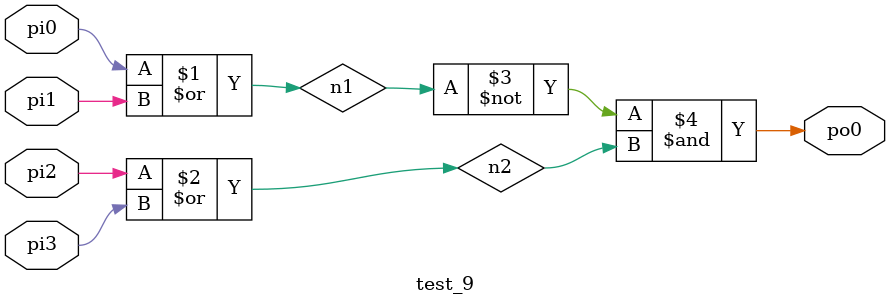
<source format=v>
module test_9 (
	pi0, pi1, pi2, pi3,
	po0);
  	input pi0, pi1, pi2, pi3;
  	output po0;
  	wire n1, n2;
	assign n1 = pi0 | pi1;
	assign n2 = pi2 | pi3;
	assign po0 = ~n1 & n2;
endmodule


</source>
